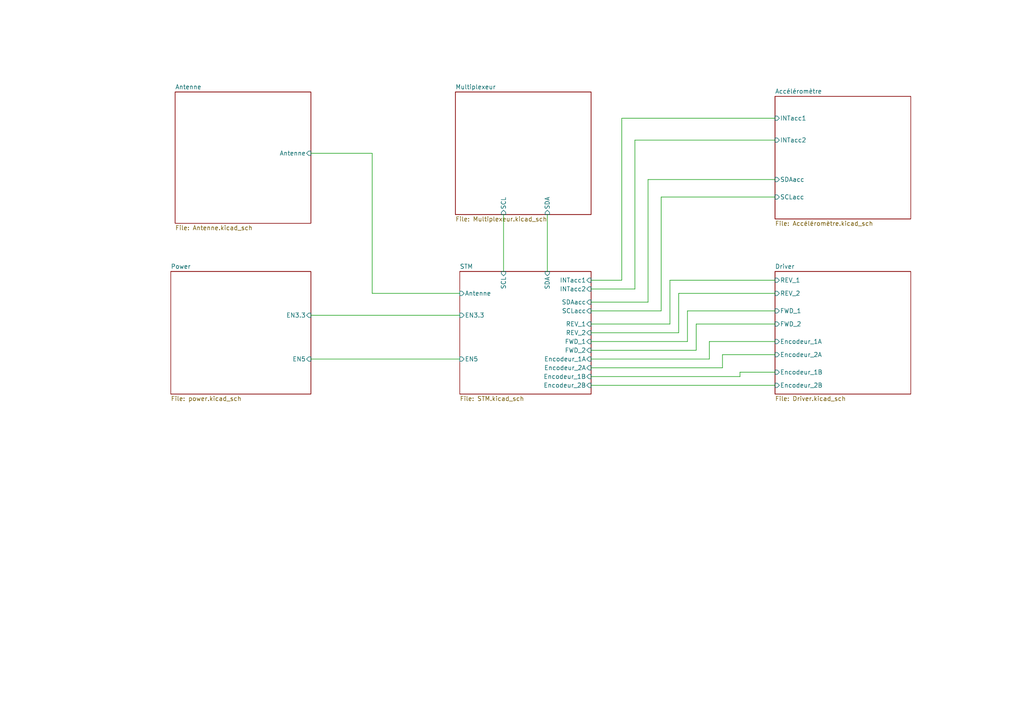
<source format=kicad_sch>
(kicad_sch
	(version 20250114)
	(generator "eeschema")
	(generator_version "9.0")
	(uuid "3534a4da-1897-4a3c-809d-843e7f41fadb")
	(paper "A4")
	(title_block
		(title "PCB Robot Chat ESE")
		(company "ENSEA")
	)
	(lib_symbols)
	(wire
		(pts
			(xy 196.85 96.52) (xy 196.85 85.09)
		)
		(stroke
			(width 0)
			(type default)
		)
		(uuid "05c79623-6082-46e7-a8de-f026901bb44d")
	)
	(wire
		(pts
			(xy 205.74 99.06) (xy 224.79 99.06)
		)
		(stroke
			(width 0)
			(type default)
		)
		(uuid "06968794-e909-4e99-86a8-63e812ac540e")
	)
	(wire
		(pts
			(xy 224.79 40.64) (xy 184.15 40.64)
		)
		(stroke
			(width 0)
			(type default)
		)
		(uuid "0a3a3d76-747f-4242-bc6c-dbdb2a74867a")
	)
	(wire
		(pts
			(xy 214.63 107.95) (xy 224.79 107.95)
		)
		(stroke
			(width 0)
			(type default)
		)
		(uuid "0af3af17-aa05-44ea-99c6-f8d9731a3c90")
	)
	(wire
		(pts
			(xy 171.45 101.6) (xy 201.93 101.6)
		)
		(stroke
			(width 0)
			(type default)
		)
		(uuid "0dcf57fc-eaee-4998-9534-9e77c8b6cef3")
	)
	(wire
		(pts
			(xy 199.39 99.06) (xy 199.39 90.17)
		)
		(stroke
			(width 0)
			(type default)
		)
		(uuid "1634f1b2-bb2b-4c84-adf0-e80b27cc1a5e")
	)
	(wire
		(pts
			(xy 180.34 81.28) (xy 180.34 34.29)
		)
		(stroke
			(width 0)
			(type default)
		)
		(uuid "23e948ab-d0f3-4c98-a265-4c6abcdcaa5c")
	)
	(wire
		(pts
			(xy 158.75 62.23) (xy 158.75 78.74)
		)
		(stroke
			(width 0)
			(type default)
		)
		(uuid "2a42608f-0a8c-4c79-b711-c006151fc58d")
	)
	(wire
		(pts
			(xy 107.95 44.45) (xy 107.95 85.09)
		)
		(stroke
			(width 0)
			(type default)
		)
		(uuid "31d06266-49f6-4550-8d89-aa8f53e32100")
	)
	(wire
		(pts
			(xy 199.39 90.17) (xy 224.79 90.17)
		)
		(stroke
			(width 0)
			(type default)
		)
		(uuid "3c66847b-9d0f-4bdc-b21c-47727bf63d89")
	)
	(wire
		(pts
			(xy 224.79 52.07) (xy 187.96 52.07)
		)
		(stroke
			(width 0)
			(type default)
		)
		(uuid "415d05a2-5ead-4588-8800-1c94c0d1ab0c")
	)
	(wire
		(pts
			(xy 171.45 99.06) (xy 199.39 99.06)
		)
		(stroke
			(width 0)
			(type default)
		)
		(uuid "474909a8-4b02-4bde-98f8-50f8501e7ef4")
	)
	(wire
		(pts
			(xy 184.15 40.64) (xy 184.15 83.82)
		)
		(stroke
			(width 0)
			(type default)
		)
		(uuid "4cd0ebe9-efb5-410b-8103-6d2ba14f99ec")
	)
	(wire
		(pts
			(xy 90.17 91.44) (xy 133.35 91.44)
		)
		(stroke
			(width 0)
			(type default)
		)
		(uuid "56df04cd-c52e-4cdf-b6fe-45f4b07f8ce0")
	)
	(wire
		(pts
			(xy 205.74 104.14) (xy 205.74 99.06)
		)
		(stroke
			(width 0)
			(type default)
		)
		(uuid "570cd23d-0373-4357-9bd0-d1b9a237070a")
	)
	(wire
		(pts
			(xy 90.17 44.45) (xy 107.95 44.45)
		)
		(stroke
			(width 0)
			(type default)
		)
		(uuid "5a19e551-96cb-4b22-b72d-dfae9bbba426")
	)
	(wire
		(pts
			(xy 224.79 57.15) (xy 191.77 57.15)
		)
		(stroke
			(width 0)
			(type default)
		)
		(uuid "5be54220-f02e-450f-9dfd-cb1b35eae4f8")
	)
	(wire
		(pts
			(xy 107.95 85.09) (xy 133.35 85.09)
		)
		(stroke
			(width 0)
			(type default)
		)
		(uuid "6348502e-afa6-4863-8c0c-31829d337b09")
	)
	(wire
		(pts
			(xy 171.45 81.28) (xy 180.34 81.28)
		)
		(stroke
			(width 0)
			(type default)
		)
		(uuid "65468101-c4d7-443f-b7ca-fd330b428016")
	)
	(wire
		(pts
			(xy 171.45 96.52) (xy 196.85 96.52)
		)
		(stroke
			(width 0)
			(type default)
		)
		(uuid "672206ae-2490-474e-9cf0-fd21760556a1")
	)
	(wire
		(pts
			(xy 171.45 109.22) (xy 214.63 109.22)
		)
		(stroke
			(width 0)
			(type default)
		)
		(uuid "6a852bab-12a5-4d15-b74f-9ef379b01fe4")
	)
	(wire
		(pts
			(xy 146.05 62.23) (xy 146.05 78.74)
		)
		(stroke
			(width 0)
			(type default)
		)
		(uuid "78356a3a-69fe-4f1d-a397-9fc6e88a2aad")
	)
	(wire
		(pts
			(xy 201.93 101.6) (xy 201.93 93.98)
		)
		(stroke
			(width 0)
			(type default)
		)
		(uuid "79731f2c-8d7c-4921-86ad-6616f6f54a9d")
	)
	(wire
		(pts
			(xy 180.34 34.29) (xy 224.79 34.29)
		)
		(stroke
			(width 0)
			(type default)
		)
		(uuid "87e05b41-f722-4937-b4e6-5ca34600a07d")
	)
	(wire
		(pts
			(xy 194.31 81.28) (xy 224.79 81.28)
		)
		(stroke
			(width 0)
			(type default)
		)
		(uuid "94fb286d-d449-44f7-b3cd-3633e1f42d03")
	)
	(wire
		(pts
			(xy 194.31 93.98) (xy 194.31 81.28)
		)
		(stroke
			(width 0)
			(type default)
		)
		(uuid "9f0b4598-eb34-4350-8f85-819a140416a7")
	)
	(wire
		(pts
			(xy 214.63 109.22) (xy 214.63 107.95)
		)
		(stroke
			(width 0)
			(type default)
		)
		(uuid "a0751a9f-cfa0-4a13-a2ea-9eab2132b30d")
	)
	(wire
		(pts
			(xy 171.45 87.63) (xy 187.96 87.63)
		)
		(stroke
			(width 0)
			(type default)
		)
		(uuid "b01bc0a6-ee67-4f5f-8de1-d7a7ad35882e")
	)
	(wire
		(pts
			(xy 209.55 102.87) (xy 224.79 102.87)
		)
		(stroke
			(width 0)
			(type default)
		)
		(uuid "b0878194-5df0-43de-93fc-4e8d31180535")
	)
	(wire
		(pts
			(xy 184.15 83.82) (xy 171.45 83.82)
		)
		(stroke
			(width 0)
			(type default)
		)
		(uuid "b885087c-d02d-4a74-a92e-130bb4704a6e")
	)
	(wire
		(pts
			(xy 209.55 106.68) (xy 209.55 102.87)
		)
		(stroke
			(width 0)
			(type default)
		)
		(uuid "be17a56d-abe2-4b1f-8d52-81000ceea0a6")
	)
	(wire
		(pts
			(xy 171.45 111.76) (xy 224.79 111.76)
		)
		(stroke
			(width 0)
			(type default)
		)
		(uuid "c06c005b-133c-4c6a-976b-acaa5f5d6d91")
	)
	(wire
		(pts
			(xy 191.77 90.17) (xy 171.45 90.17)
		)
		(stroke
			(width 0)
			(type default)
		)
		(uuid "c3716c57-55e6-476d-a68a-ca96ae00c241")
	)
	(wire
		(pts
			(xy 196.85 85.09) (xy 224.79 85.09)
		)
		(stroke
			(width 0)
			(type default)
		)
		(uuid "d83658ee-fcbe-4715-af02-e604293d6756")
	)
	(wire
		(pts
			(xy 191.77 57.15) (xy 191.77 90.17)
		)
		(stroke
			(width 0)
			(type default)
		)
		(uuid "da29b6c6-f123-4d0e-b365-8e6717d342cc")
	)
	(wire
		(pts
			(xy 90.17 104.14) (xy 133.35 104.14)
		)
		(stroke
			(width 0)
			(type default)
		)
		(uuid "dc13c8e3-eacc-4b9a-afeb-bc7f17a3676e")
	)
	(wire
		(pts
			(xy 201.93 93.98) (xy 224.79 93.98)
		)
		(stroke
			(width 0)
			(type default)
		)
		(uuid "e9aeb95a-1026-4f13-9d70-3027a4b9b6cd")
	)
	(wire
		(pts
			(xy 171.45 106.68) (xy 209.55 106.68)
		)
		(stroke
			(width 0)
			(type default)
		)
		(uuid "ea3b0e97-f7b7-4d5e-8e99-a84bbe959e7a")
	)
	(wire
		(pts
			(xy 171.45 93.98) (xy 194.31 93.98)
		)
		(stroke
			(width 0)
			(type default)
		)
		(uuid "ebcfbed8-0ceb-4245-80b6-a1a66b202e10")
	)
	(wire
		(pts
			(xy 171.45 104.14) (xy 205.74 104.14)
		)
		(stroke
			(width 0)
			(type default)
		)
		(uuid "f2d74302-93e0-4a28-a984-cc196153a66b")
	)
	(wire
		(pts
			(xy 187.96 52.07) (xy 187.96 87.63)
		)
		(stroke
			(width 0)
			(type default)
		)
		(uuid "fcc9d4e4-2813-468d-8ba7-88b835dcf11b")
	)
	(sheet
		(at 224.79 78.74)
		(size 39.37 35.56)
		(exclude_from_sim no)
		(in_bom yes)
		(on_board yes)
		(dnp no)
		(fields_autoplaced yes)
		(stroke
			(width 0.1524)
			(type solid)
		)
		(fill
			(color 0 0 0 0.0000)
		)
		(uuid "29aa5415-860c-470f-adb8-3534cdceb259")
		(property "Sheetname" "Driver"
			(at 224.79 78.0284 0)
			(effects
				(font
					(size 1.27 1.27)
				)
				(justify left bottom)
			)
		)
		(property "Sheetfile" "Driver.kicad_sch"
			(at 224.79 114.8846 0)
			(effects
				(font
					(size 1.27 1.27)
				)
				(justify left top)
			)
		)
		(pin "REV_2" input
			(at 224.79 85.09 180)
			(uuid "e47493b6-5050-4fa4-bc09-edc4895d4056")
			(effects
				(font
					(size 1.27 1.27)
				)
				(justify left)
			)
		)
		(pin "Encodeur_1B" input
			(at 224.79 107.95 180)
			(uuid "69a5a310-994b-4d4a-a6fc-a7d39d5f320b")
			(effects
				(font
					(size 1.27 1.27)
				)
				(justify left)
			)
		)
		(pin "FWD_2" input
			(at 224.79 93.98 180)
			(uuid "b39d4c83-9f76-4441-aa14-be8a5775e909")
			(effects
				(font
					(size 1.27 1.27)
				)
				(justify left)
			)
		)
		(pin "Encodeur_2A" input
			(at 224.79 102.87 180)
			(uuid "cd8ebf68-a85d-4e28-8898-2ebe9e608842")
			(effects
				(font
					(size 1.27 1.27)
				)
				(justify left)
			)
		)
		(pin "Encodeur_1A" input
			(at 224.79 99.06 180)
			(uuid "debe1960-3cb1-4409-acc2-ea2d14a660ff")
			(effects
				(font
					(size 1.27 1.27)
				)
				(justify left)
			)
		)
		(pin "FWD_1" input
			(at 224.79 90.17 180)
			(uuid "2b9bfb51-d050-43b1-9090-270201106a87")
			(effects
				(font
					(size 1.27 1.27)
				)
				(justify left)
			)
		)
		(pin "Encodeur_2B" input
			(at 224.79 111.76 180)
			(uuid "836bac33-edcf-4b21-a103-9d65eb94db0f")
			(effects
				(font
					(size 1.27 1.27)
				)
				(justify left)
			)
		)
		(pin "REV_1" input
			(at 224.79 81.28 180)
			(uuid "73a533fd-bd1d-48c4-b641-86a4e98ee015")
			(effects
				(font
					(size 1.27 1.27)
				)
				(justify left)
			)
		)
		(instances
			(project "PCB_robot_chat"
				(path "/3534a4da-1897-4a3c-809d-843e7f41fadb"
					(page "4")
				)
			)
		)
	)
	(sheet
		(at 133.35 78.74)
		(size 38.1 35.56)
		(exclude_from_sim no)
		(in_bom yes)
		(on_board yes)
		(dnp no)
		(fields_autoplaced yes)
		(stroke
			(width 0.1524)
			(type solid)
		)
		(fill
			(color 0 0 0 0.0000)
		)
		(uuid "6dd21f76-e181-4380-95ef-cbdd4cbc38f9")
		(property "Sheetname" "STM"
			(at 133.35 78.0284 0)
			(effects
				(font
					(size 1.27 1.27)
				)
				(justify left bottom)
			)
		)
		(property "Sheetfile" "STM.kicad_sch"
			(at 133.35 114.8846 0)
			(effects
				(font
					(size 1.27 1.27)
				)
				(justify left top)
			)
		)
		(pin "EN3.3" input
			(at 133.35 91.44 180)
			(uuid "aed3be47-fa7e-4582-9170-cc4aabd042a3")
			(effects
				(font
					(size 1.27 1.27)
				)
				(justify left)
			)
		)
		(pin "EN5" input
			(at 133.35 104.14 180)
			(uuid "1b149909-bd4b-4dd3-bf83-5ad895ffe159")
			(effects
				(font
					(size 1.27 1.27)
				)
				(justify left)
			)
		)
		(pin "REV_2" input
			(at 171.45 96.52 0)
			(uuid "e527bde3-6e1b-4eb0-98f3-4ab5b89b1d09")
			(effects
				(font
					(size 1.27 1.27)
				)
				(justify right)
			)
		)
		(pin "REV_1" input
			(at 171.45 93.98 0)
			(uuid "53a04538-7302-40cc-add0-25caa10f1a21")
			(effects
				(font
					(size 1.27 1.27)
				)
				(justify right)
			)
		)
		(pin "Encodeur_2A" input
			(at 171.45 106.68 0)
			(uuid "b1394a2d-a694-46e8-a202-eeb9f07430e9")
			(effects
				(font
					(size 1.27 1.27)
				)
				(justify right)
			)
		)
		(pin "Encodeur_1B" input
			(at 171.45 109.22 0)
			(uuid "1ae68bc0-9f9f-4bbd-8af7-e37542541e34")
			(effects
				(font
					(size 1.27 1.27)
				)
				(justify right)
			)
		)
		(pin "Encodeur_1A" input
			(at 171.45 104.14 0)
			(uuid "61e85c05-8e5c-479e-b247-3881031437dd")
			(effects
				(font
					(size 1.27 1.27)
				)
				(justify right)
			)
		)
		(pin "FWD_1" input
			(at 171.45 99.06 0)
			(uuid "50863f71-8ab7-42b9-8411-fb192c303c1e")
			(effects
				(font
					(size 1.27 1.27)
				)
				(justify right)
			)
		)
		(pin "Encodeur_2B" input
			(at 171.45 111.76 0)
			(uuid "3e2ec6be-0bfa-4c3a-b809-2685a978d62c")
			(effects
				(font
					(size 1.27 1.27)
				)
				(justify right)
			)
		)
		(pin "FWD_2" input
			(at 171.45 101.6 0)
			(uuid "68826e4b-4f5d-4a8b-b7d2-1cd516c208e6")
			(effects
				(font
					(size 1.27 1.27)
				)
				(justify right)
			)
		)
		(pin "SDA" input
			(at 158.75 78.74 90)
			(uuid "301cb9dd-370e-469f-a50e-5193b72e8f82")
			(effects
				(font
					(size 1.27 1.27)
				)
				(justify right)
			)
		)
		(pin "SCL" input
			(at 146.05 78.74 90)
			(uuid "656aac09-fc62-4fa5-b919-241089b60389")
			(effects
				(font
					(size 1.27 1.27)
				)
				(justify right)
			)
		)
		(pin "Antenne" input
			(at 133.35 85.09 180)
			(uuid "f366db24-dd32-4e26-a236-dfa3e3ae0755")
			(effects
				(font
					(size 1.27 1.27)
				)
				(justify left)
			)
		)
		(pin "INTacc2" input
			(at 171.45 83.82 0)
			(uuid "5e58eee9-fc5e-4f69-ac78-01b517312a4c")
			(effects
				(font
					(size 1.27 1.27)
				)
				(justify right)
			)
		)
		(pin "SCLacc" input
			(at 171.45 90.17 0)
			(uuid "451838c1-8b54-41f4-af54-298944440259")
			(effects
				(font
					(size 1.27 1.27)
				)
				(justify right)
			)
		)
		(pin "INTacc1" input
			(at 171.45 81.28 0)
			(uuid "ac21c7d1-ad45-4894-953d-7b7e74a703b8")
			(effects
				(font
					(size 1.27 1.27)
				)
				(justify right)
			)
		)
		(pin "SDAacc" input
			(at 171.45 87.63 0)
			(uuid "0d703b15-8dc3-4985-b2a4-b7451b6f6eed")
			(effects
				(font
					(size 1.27 1.27)
				)
				(justify right)
			)
		)
		(instances
			(project "PCB_robot_chat"
				(path "/3534a4da-1897-4a3c-809d-843e7f41fadb"
					(page "2")
				)
			)
		)
	)
	(sheet
		(at 132.08 26.67)
		(size 39.37 35.56)
		(exclude_from_sim no)
		(in_bom yes)
		(on_board yes)
		(dnp no)
		(fields_autoplaced yes)
		(stroke
			(width 0.1524)
			(type solid)
		)
		(fill
			(color 0 0 0 0.0000)
		)
		(uuid "9c04d73c-5533-4d99-8a08-bb5be390ce59")
		(property "Sheetname" "Multiplexeur"
			(at 132.08 25.9584 0)
			(effects
				(font
					(size 1.27 1.27)
				)
				(justify left bottom)
			)
		)
		(property "Sheetfile" "Multiplexeur.kicad_sch"
			(at 132.08 62.8146 0)
			(effects
				(font
					(size 1.27 1.27)
				)
				(justify left top)
			)
		)
		(pin "SCL" input
			(at 146.05 62.23 270)
			(uuid "ce7f96c2-7847-4e0c-a564-d3c618fff102")
			(effects
				(font
					(size 1.27 1.27)
				)
				(justify left)
			)
		)
		(pin "SDA" input
			(at 158.75 62.23 270)
			(uuid "cc1364d0-4c75-47a9-87e9-3817db4a5e54")
			(effects
				(font
					(size 1.27 1.27)
				)
				(justify left)
			)
		)
		(instances
			(project "PCB_robot_chat"
				(path "/3534a4da-1897-4a3c-809d-843e7f41fadb"
					(page "5")
				)
			)
		)
	)
	(sheet
		(at 49.53 78.74)
		(size 40.64 35.56)
		(exclude_from_sim no)
		(in_bom yes)
		(on_board yes)
		(dnp no)
		(fields_autoplaced yes)
		(stroke
			(width 0.1524)
			(type solid)
		)
		(fill
			(color 0 0 0 0.0000)
		)
		(uuid "9eede499-7e43-406d-a40f-aa5717e0debc")
		(property "Sheetname" "Power"
			(at 49.53 78.0284 0)
			(effects
				(font
					(size 1.27 1.27)
				)
				(justify left bottom)
			)
		)
		(property "Sheetfile" "power.kicad_sch"
			(at 49.53 114.8846 0)
			(effects
				(font
					(size 1.27 1.27)
				)
				(justify left top)
			)
		)
		(pin "EN5" input
			(at 90.17 104.14 0)
			(uuid "2da0281e-85e5-4e2f-bfdd-895e4ad88dc6")
			(effects
				(font
					(size 1.27 1.27)
				)
				(justify right)
			)
		)
		(pin "EN3.3" input
			(at 90.17 91.44 0)
			(uuid "0eec2106-b90d-451e-a085-9985fdd671c3")
			(effects
				(font
					(size 1.27 1.27)
				)
				(justify right)
			)
		)
		(instances
			(project "PCB_robot_chat"
				(path "/3534a4da-1897-4a3c-809d-843e7f41fadb"
					(page "3")
				)
			)
		)
	)
	(sheet
		(at 50.8 26.67)
		(size 39.37 38.1)
		(exclude_from_sim no)
		(in_bom yes)
		(on_board yes)
		(dnp no)
		(fields_autoplaced yes)
		(stroke
			(width 0.1524)
			(type solid)
		)
		(fill
			(color 0 0 0 0.0000)
		)
		(uuid "dcb54d0e-6f93-4152-9411-db2ca32a4b3d")
		(property "Sheetname" "Antenne"
			(at 50.8 25.9584 0)
			(effects
				(font
					(size 1.27 1.27)
				)
				(justify left bottom)
			)
		)
		(property "Sheetfile" "Antenne.kicad_sch"
			(at 50.8 65.3546 0)
			(effects
				(font
					(size 1.27 1.27)
				)
				(justify left top)
			)
		)
		(pin "Antenne" input
			(at 90.17 44.45 0)
			(uuid "9ab6efeb-0b9b-4fa8-82f5-933c6d8ad16d")
			(effects
				(font
					(size 1.27 1.27)
				)
				(justify right)
			)
		)
		(instances
			(project "PCB_robot_chat"
				(path "/3534a4da-1897-4a3c-809d-843e7f41fadb"
					(page "6")
				)
			)
		)
	)
	(sheet
		(at 224.79 27.94)
		(size 39.37 35.56)
		(exclude_from_sim no)
		(in_bom yes)
		(on_board yes)
		(dnp no)
		(fields_autoplaced yes)
		(stroke
			(width 0.1524)
			(type solid)
		)
		(fill
			(color 0 0 0 0.0000)
		)
		(uuid "f67dd2ba-109f-4a43-94ef-cf715a1ebb06")
		(property "Sheetname" "Accéléromètre"
			(at 224.79 27.2284 0)
			(effects
				(font
					(size 1.27 1.27)
				)
				(justify left bottom)
			)
		)
		(property "Sheetfile" "Accéléromètre.kicad_sch"
			(at 224.79 64.0846 0)
			(effects
				(font
					(size 1.27 1.27)
				)
				(justify left top)
			)
		)
		(pin "INTacc1" input
			(at 224.79 34.29 180)
			(uuid "ef452f6a-dddb-46a3-8713-2ed4fccf6e25")
			(effects
				(font
					(size 1.27 1.27)
				)
				(justify left)
			)
		)
		(pin "SDAacc" input
			(at 224.79 52.07 180)
			(uuid "1a96be94-f392-469d-8189-449464e6db95")
			(effects
				(font
					(size 1.27 1.27)
				)
				(justify left)
			)
		)
		(pin "INTacc2" input
			(at 224.79 40.64 180)
			(uuid "3d734478-6e08-4782-82e1-0286fac44a6b")
			(effects
				(font
					(size 1.27 1.27)
				)
				(justify left)
			)
		)
		(pin "SCLacc" input
			(at 224.79 57.15 180)
			(uuid "cf8b7a64-532b-4314-a26f-a777de88e5a4")
			(effects
				(font
					(size 1.27 1.27)
				)
				(justify left)
			)
		)
		(instances
			(project "PCB_robot_chat"
				(path "/3534a4da-1897-4a3c-809d-843e7f41fadb"
					(page "7")
				)
			)
		)
	)
	(sheet_instances
		(path "/"
			(page "1")
		)
	)
	(embedded_fonts no)
)

</source>
